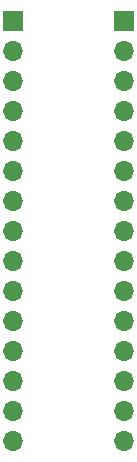
<source format=gbr>
G04 #@! TF.GenerationSoftware,KiCad,Pcbnew,5.0.2-bee76a0~70~ubuntu18.04.1*
G04 #@! TF.CreationDate,2018-12-24T08:32:18+09:00*
G04 #@! TF.ProjectId,spacer_pcb,73706163-6572-45f7-9063-622e6b696361,rev?*
G04 #@! TF.SameCoordinates,Original*
G04 #@! TF.FileFunction,Copper,L2,Bot*
G04 #@! TF.FilePolarity,Positive*
%FSLAX46Y46*%
G04 Gerber Fmt 4.6, Leading zero omitted, Abs format (unit mm)*
G04 Created by KiCad (PCBNEW 5.0.2-bee76a0~70~ubuntu18.04.1) date 2018年12月24日 08時32分18秒*
%MOMM*%
%LPD*%
G01*
G04 APERTURE LIST*
G04 #@! TA.AperFunction,ComponentPad*
%ADD10O,1.700000X1.700000*%
G04 #@! TD*
G04 #@! TA.AperFunction,ComponentPad*
%ADD11R,1.700000X1.700000*%
G04 #@! TD*
G04 APERTURE END LIST*
D10*
G04 #@! TO.P,J1,15*
G04 #@! TO.N,Net-(J1-Pad15)*
X131220000Y-99110800D03*
G04 #@! TO.P,J1,14*
G04 #@! TO.N,Net-(J1-Pad14)*
X131220000Y-96570800D03*
G04 #@! TO.P,J1,13*
G04 #@! TO.N,Net-(J1-Pad13)*
X131220000Y-94030800D03*
G04 #@! TO.P,J1,12*
G04 #@! TO.N,Net-(J1-Pad12)*
X131220000Y-91490800D03*
G04 #@! TO.P,J1,11*
G04 #@! TO.N,Net-(J1-Pad11)*
X131220000Y-88950800D03*
G04 #@! TO.P,J1,10*
G04 #@! TO.N,Net-(J1-Pad10)*
X131220000Y-86410800D03*
G04 #@! TO.P,J1,9*
G04 #@! TO.N,Net-(J1-Pad9)*
X131220000Y-83870800D03*
G04 #@! TO.P,J1,8*
G04 #@! TO.N,Net-(J1-Pad8)*
X131220000Y-81330800D03*
G04 #@! TO.P,J1,7*
G04 #@! TO.N,Net-(J1-Pad7)*
X131220000Y-78790800D03*
G04 #@! TO.P,J1,6*
G04 #@! TO.N,Net-(J1-Pad6)*
X131220000Y-76250800D03*
G04 #@! TO.P,J1,5*
G04 #@! TO.N,Net-(J1-Pad5)*
X131220000Y-73710800D03*
G04 #@! TO.P,J1,4*
G04 #@! TO.N,Net-(J1-Pad4)*
X131220000Y-71170800D03*
G04 #@! TO.P,J1,3*
G04 #@! TO.N,Net-(J1-Pad3)*
X131220000Y-68630800D03*
G04 #@! TO.P,J1,2*
G04 #@! TO.N,Net-(J1-Pad2)*
X131220000Y-66090800D03*
D11*
G04 #@! TO.P,J1,1*
G04 #@! TO.N,Net-(J1-Pad1)*
X131220000Y-63550800D03*
G04 #@! TD*
G04 #@! TO.P,J3,1*
G04 #@! TO.N,Net-(J2-Pad2)*
X140580000Y-63550800D03*
D10*
G04 #@! TO.P,J3,2*
G04 #@! TO.N,Net-(J2-Pad4)*
X140580000Y-66090800D03*
G04 #@! TO.P,J3,3*
G04 #@! TO.N,Net-(J2-Pad6)*
X140580000Y-68630800D03*
G04 #@! TO.P,J3,4*
G04 #@! TO.N,Net-(J2-Pad8)*
X140580000Y-71170800D03*
G04 #@! TO.P,J3,5*
G04 #@! TO.N,Net-(J2-Pad10)*
X140580000Y-73710800D03*
G04 #@! TO.P,J3,6*
G04 #@! TO.N,Net-(J2-Pad12)*
X140580000Y-76250800D03*
G04 #@! TO.P,J3,7*
G04 #@! TO.N,Net-(J2-Pad14)*
X140580000Y-78790800D03*
G04 #@! TO.P,J3,8*
G04 #@! TO.N,Net-(J2-Pad16)*
X140580000Y-81330800D03*
G04 #@! TO.P,J3,9*
G04 #@! TO.N,Net-(J2-Pad18)*
X140580000Y-83870800D03*
G04 #@! TO.P,J3,10*
G04 #@! TO.N,Net-(J2-Pad20)*
X140580000Y-86410800D03*
G04 #@! TO.P,J3,11*
G04 #@! TO.N,Net-(J2-Pad22)*
X140580000Y-88950800D03*
G04 #@! TO.P,J3,12*
G04 #@! TO.N,Net-(J2-Pad24)*
X140580000Y-91490800D03*
G04 #@! TO.P,J3,13*
G04 #@! TO.N,Net-(J2-Pad26)*
X140580000Y-94030800D03*
G04 #@! TO.P,J3,14*
G04 #@! TO.N,Net-(J2-Pad28)*
X140580000Y-96570800D03*
G04 #@! TO.P,J3,15*
G04 #@! TO.N,Net-(J2-Pad30)*
X140580000Y-99110800D03*
G04 #@! TD*
M02*

</source>
